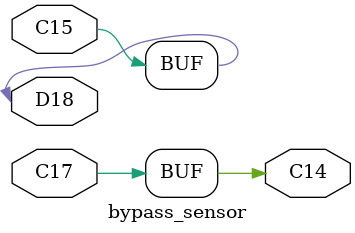
<source format=sv>
`timescale 1ns / 1ps


module bypass_sensor(
    input   C17,
    output  C14,
    inout   C15,
    inout   D18
    );

assign C14 = C17;
assign C15 = D18;
assign D18 = C15;
    
endmodule

</source>
